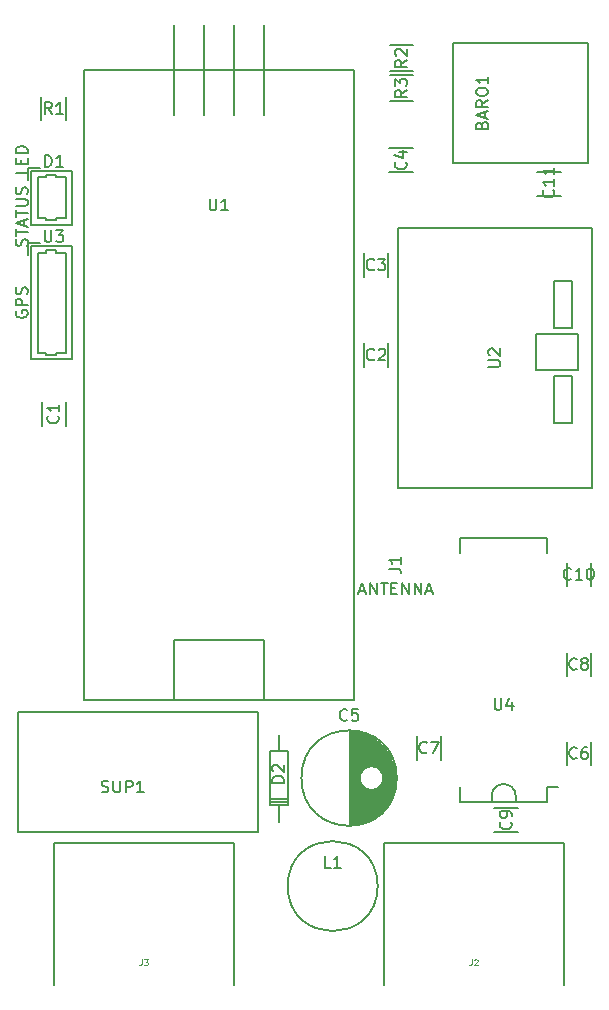
<source format=gto>
G04 #@! TF.FileFunction,Legend,Top*
%FSLAX46Y46*%
G04 Gerber Fmt 4.6, Leading zero omitted, Abs format (unit mm)*
G04 Created by KiCad (PCBNEW 4.0.5+dfsg1-4) date Sat Sep 16 12:05:32 2017*
%MOMM*%
%LPD*%
G01*
G04 APERTURE LIST*
%ADD10C,0.100000*%
%ADD11C,0.200000*%
%ADD12C,0.150000*%
G04 APERTURE END LIST*
D10*
D11*
X159979571Y-120608667D02*
X160455762Y-120608667D01*
X159884333Y-120894381D02*
X160217666Y-119894381D01*
X160551000Y-120894381D01*
X160884333Y-120894381D02*
X160884333Y-119894381D01*
X161455762Y-120894381D01*
X161455762Y-119894381D01*
X161789095Y-119894381D02*
X162360524Y-119894381D01*
X162074809Y-120894381D02*
X162074809Y-119894381D01*
X162693857Y-120370571D02*
X163027191Y-120370571D01*
X163170048Y-120894381D02*
X162693857Y-120894381D01*
X162693857Y-119894381D01*
X163170048Y-119894381D01*
X163598619Y-120894381D02*
X163598619Y-119894381D01*
X164170048Y-120894381D01*
X164170048Y-119894381D01*
X164646238Y-120894381D02*
X164646238Y-119894381D01*
X165217667Y-120894381D01*
X165217667Y-119894381D01*
X165646238Y-120608667D02*
X166122429Y-120608667D01*
X165551000Y-120894381D02*
X165884333Y-119894381D01*
X166217667Y-120894381D01*
X130928000Y-96899285D02*
X130880381Y-96994523D01*
X130880381Y-97137380D01*
X130928000Y-97280238D01*
X131023238Y-97375476D01*
X131118476Y-97423095D01*
X131308952Y-97470714D01*
X131451810Y-97470714D01*
X131642286Y-97423095D01*
X131737524Y-97375476D01*
X131832762Y-97280238D01*
X131880381Y-97137380D01*
X131880381Y-97042142D01*
X131832762Y-96899285D01*
X131785143Y-96851666D01*
X131451810Y-96851666D01*
X131451810Y-97042142D01*
X131880381Y-96423095D02*
X130880381Y-96423095D01*
X130880381Y-96042142D01*
X130928000Y-95946904D01*
X130975619Y-95899285D01*
X131070857Y-95851666D01*
X131213714Y-95851666D01*
X131308952Y-95899285D01*
X131356571Y-95946904D01*
X131404190Y-96042142D01*
X131404190Y-96423095D01*
X131832762Y-95470714D02*
X131880381Y-95327857D01*
X131880381Y-95089761D01*
X131832762Y-94994523D01*
X131785143Y-94946904D01*
X131689905Y-94899285D01*
X131594667Y-94899285D01*
X131499429Y-94946904D01*
X131451810Y-94994523D01*
X131404190Y-95089761D01*
X131356571Y-95280238D01*
X131308952Y-95375476D01*
X131261333Y-95423095D01*
X131166095Y-95470714D01*
X131070857Y-95470714D01*
X130975619Y-95423095D01*
X130928000Y-95375476D01*
X130880381Y-95280238D01*
X130880381Y-95042142D01*
X130928000Y-94899285D01*
X131832762Y-91382286D02*
X131880381Y-91239429D01*
X131880381Y-91001333D01*
X131832762Y-90906095D01*
X131785143Y-90858476D01*
X131689905Y-90810857D01*
X131594667Y-90810857D01*
X131499429Y-90858476D01*
X131451810Y-90906095D01*
X131404190Y-91001333D01*
X131356571Y-91191810D01*
X131308952Y-91287048D01*
X131261333Y-91334667D01*
X131166095Y-91382286D01*
X131070857Y-91382286D01*
X130975619Y-91334667D01*
X130928000Y-91287048D01*
X130880381Y-91191810D01*
X130880381Y-90953714D01*
X130928000Y-90810857D01*
X130880381Y-90525143D02*
X130880381Y-89953714D01*
X131880381Y-90239429D02*
X130880381Y-90239429D01*
X131594667Y-89668000D02*
X131594667Y-89191809D01*
X131880381Y-89763238D02*
X130880381Y-89429905D01*
X131880381Y-89096571D01*
X130880381Y-88906095D02*
X130880381Y-88334666D01*
X131880381Y-88620381D02*
X130880381Y-88620381D01*
X130880381Y-88001333D02*
X131689905Y-88001333D01*
X131785143Y-87953714D01*
X131832762Y-87906095D01*
X131880381Y-87810857D01*
X131880381Y-87620380D01*
X131832762Y-87525142D01*
X131785143Y-87477523D01*
X131689905Y-87429904D01*
X130880381Y-87429904D01*
X131832762Y-87001333D02*
X131880381Y-86858476D01*
X131880381Y-86620380D01*
X131832762Y-86525142D01*
X131785143Y-86477523D01*
X131689905Y-86429904D01*
X131594667Y-86429904D01*
X131499429Y-86477523D01*
X131451810Y-86525142D01*
X131404190Y-86620380D01*
X131356571Y-86810857D01*
X131308952Y-86906095D01*
X131261333Y-86953714D01*
X131166095Y-87001333D01*
X131070857Y-87001333D01*
X130975619Y-86953714D01*
X130928000Y-86906095D01*
X130880381Y-86810857D01*
X130880381Y-86572761D01*
X130928000Y-86429904D01*
X131880381Y-84763237D02*
X131880381Y-85239428D01*
X130880381Y-85239428D01*
X131356571Y-84429904D02*
X131356571Y-84096570D01*
X131880381Y-83953713D02*
X131880381Y-84429904D01*
X130880381Y-84429904D01*
X130880381Y-83953713D01*
X131880381Y-83525142D02*
X130880381Y-83525142D01*
X130880381Y-83287047D01*
X130928000Y-83144189D01*
X131023238Y-83048951D01*
X131118476Y-83001332D01*
X131308952Y-82953713D01*
X131451810Y-82953713D01*
X131642286Y-83001332D01*
X131737524Y-83048951D01*
X131832762Y-83144189D01*
X131880381Y-83287047D01*
X131880381Y-83525142D01*
D12*
X151367000Y-141016000D02*
X151367000Y-130856000D01*
X151367000Y-130856000D02*
X131047000Y-130856000D01*
X131047000Y-130856000D02*
X131047000Y-141016000D01*
X131047000Y-141016000D02*
X151367000Y-141016000D01*
X144255000Y-80310000D02*
X144255000Y-72690000D01*
X146795000Y-80310000D02*
X146795000Y-72690000D01*
X151875000Y-80310000D02*
X151875000Y-72690000D01*
X149335000Y-72690000D02*
X149335000Y-80310000D01*
X151875000Y-129840000D02*
X151875000Y-124760000D01*
X151875000Y-124760000D02*
X144255000Y-124760000D01*
X144255000Y-124760000D02*
X144255000Y-129840000D01*
X159495000Y-76500000D02*
X136635000Y-76500000D01*
X136635000Y-76500000D02*
X136635000Y-129840000D01*
X136635000Y-129840000D02*
X159495000Y-129840000D01*
X159495000Y-129840000D02*
X159495000Y-76500000D01*
X174949000Y-98875000D02*
X178449000Y-98875000D01*
X174949000Y-101875000D02*
X174949000Y-98875000D01*
X178449000Y-101875000D02*
X174949000Y-101875000D01*
X178449000Y-98875000D02*
X178449000Y-101875000D01*
X177949000Y-106375000D02*
X177949000Y-102375000D01*
X176449000Y-106375000D02*
X177949000Y-106375000D01*
X176449000Y-102375000D02*
X176449000Y-106375000D01*
X177949000Y-102375000D02*
X176449000Y-102375000D01*
X176449000Y-94375000D02*
X177949000Y-94375000D01*
X177949000Y-98375000D02*
X177949000Y-94375000D01*
X176449000Y-98375000D02*
X177949000Y-98375000D01*
X176449000Y-94375000D02*
X176449000Y-98375000D01*
X163249000Y-89875000D02*
X179649000Y-89875000D01*
X179649000Y-111875000D02*
X163249000Y-111875000D01*
X179649000Y-89875000D02*
X179649000Y-111875000D01*
X163249000Y-111875000D02*
X163249000Y-89875000D01*
X135685000Y-85030000D02*
X132185000Y-85030000D01*
X132185000Y-85030000D02*
X132185000Y-89580000D01*
X132185000Y-89580000D02*
X135685000Y-89580000D01*
X135685000Y-89580000D02*
X135685000Y-85030000D01*
X132735000Y-87305000D02*
X132735000Y-85580000D01*
X132735000Y-85580000D02*
X133460000Y-85580000D01*
X133460000Y-85580000D02*
X133460000Y-85380000D01*
X133460000Y-85380000D02*
X134260000Y-85380000D01*
X134260000Y-85380000D02*
X134260000Y-85580000D01*
X134260000Y-85580000D02*
X135135000Y-85580000D01*
X135135000Y-85580000D02*
X135135000Y-87305000D01*
X132735000Y-87305000D02*
X132735000Y-89030000D01*
X132735000Y-89030000D02*
X133460000Y-89030000D01*
X133460000Y-89030000D02*
X133460000Y-89230000D01*
X133460000Y-89230000D02*
X134260000Y-89230000D01*
X134260000Y-89230000D02*
X134260000Y-89030000D01*
X134260000Y-89030000D02*
X135135000Y-89030000D01*
X135135000Y-89030000D02*
X135135000Y-87305000D01*
X131935000Y-84780000D02*
X132935000Y-84780000D01*
X131935000Y-84780000D02*
X131935000Y-85780000D01*
X135685000Y-91420000D02*
X132185000Y-91420000D01*
X132185000Y-91420000D02*
X132185000Y-100970000D01*
X132185000Y-100970000D02*
X135685000Y-100970000D01*
X135685000Y-100970000D02*
X135685000Y-91420000D01*
X132735000Y-96195000D02*
X132735000Y-91970000D01*
X132735000Y-91970000D02*
X133460000Y-91970000D01*
X133460000Y-91970000D02*
X133460000Y-91770000D01*
X133460000Y-91770000D02*
X134260000Y-91770000D01*
X134260000Y-91770000D02*
X134260000Y-91970000D01*
X134260000Y-91970000D02*
X135135000Y-91970000D01*
X135135000Y-91970000D02*
X135135000Y-96195000D01*
X132735000Y-96195000D02*
X132735000Y-100420000D01*
X132735000Y-100420000D02*
X133460000Y-100420000D01*
X133460000Y-100420000D02*
X133460000Y-100620000D01*
X133460000Y-100620000D02*
X134260000Y-100620000D01*
X134260000Y-100620000D02*
X134260000Y-100420000D01*
X134260000Y-100420000D02*
X135135000Y-100420000D01*
X135135000Y-100420000D02*
X135135000Y-96195000D01*
X131935000Y-91170000D02*
X132935000Y-91170000D01*
X131935000Y-91170000D02*
X131935000Y-92170000D01*
X159184000Y-132445000D02*
X159184000Y-140443000D01*
X159324000Y-132450000D02*
X159324000Y-140438000D01*
X159464000Y-132460000D02*
X159464000Y-140428000D01*
X159604000Y-132475000D02*
X159604000Y-140413000D01*
X159744000Y-132495000D02*
X159744000Y-140393000D01*
X159884000Y-132520000D02*
X159884000Y-140368000D01*
X160024000Y-132550000D02*
X160024000Y-136271000D01*
X160024000Y-136617000D02*
X160024000Y-140338000D01*
X160164000Y-132586000D02*
X160164000Y-135909000D01*
X160164000Y-136979000D02*
X160164000Y-140302000D01*
X160304000Y-132627000D02*
X160304000Y-135735000D01*
X160304000Y-137153000D02*
X160304000Y-140261000D01*
X160444000Y-132673000D02*
X160444000Y-135619000D01*
X160444000Y-137269000D02*
X160444000Y-140215000D01*
X160584000Y-132726000D02*
X160584000Y-135539000D01*
X160584000Y-137349000D02*
X160584000Y-140162000D01*
X160724000Y-132785000D02*
X160724000Y-135485000D01*
X160724000Y-137403000D02*
X160724000Y-140103000D01*
X160864000Y-132850000D02*
X160864000Y-135455000D01*
X160864000Y-137433000D02*
X160864000Y-140038000D01*
X161004000Y-132921000D02*
X161004000Y-135444000D01*
X161004000Y-137444000D02*
X161004000Y-139967000D01*
X161144000Y-133000000D02*
X161144000Y-135453000D01*
X161144000Y-137435000D02*
X161144000Y-139888000D01*
X161284000Y-133087000D02*
X161284000Y-135483000D01*
X161284000Y-137405000D02*
X161284000Y-139801000D01*
X161424000Y-133182000D02*
X161424000Y-135534000D01*
X161424000Y-137354000D02*
X161424000Y-139706000D01*
X161564000Y-133286000D02*
X161564000Y-135612000D01*
X161564000Y-137276000D02*
X161564000Y-139602000D01*
X161704000Y-133400000D02*
X161704000Y-135725000D01*
X161704000Y-137163000D02*
X161704000Y-139488000D01*
X161844000Y-133525000D02*
X161844000Y-135894000D01*
X161844000Y-136994000D02*
X161844000Y-139363000D01*
X161984000Y-133663000D02*
X161984000Y-136222000D01*
X161984000Y-136666000D02*
X161984000Y-139225000D01*
X162124000Y-133815000D02*
X162124000Y-139073000D01*
X162264000Y-133985000D02*
X162264000Y-138903000D01*
X162404000Y-134176000D02*
X162404000Y-138712000D01*
X162544000Y-134394000D02*
X162544000Y-138494000D01*
X162684000Y-134650000D02*
X162684000Y-138238000D01*
X162824000Y-134961000D02*
X162824000Y-137927000D01*
X162964000Y-135377000D02*
X162964000Y-137511000D01*
X163104000Y-136244000D02*
X163104000Y-136644000D01*
X162009000Y-136444000D02*
G75*
G03X162009000Y-136444000I-1000000J0D01*
G01*
X163146500Y-136444000D02*
G75*
G03X163146500Y-136444000I-4037500J0D01*
G01*
X162425000Y-101630000D02*
X162425000Y-99630000D01*
X160375000Y-99630000D02*
X160375000Y-101630000D01*
X167877000Y-84374000D02*
X179307000Y-84374000D01*
X179307000Y-74214000D02*
X167877000Y-74214000D01*
X167877000Y-74214000D02*
X167877000Y-84374000D01*
X179307000Y-84374000D02*
X179307000Y-74214000D01*
X133020000Y-80770000D02*
X133020000Y-78770000D01*
X135170000Y-78770000D02*
X135170000Y-80770000D01*
X162559000Y-76949000D02*
X164559000Y-76949000D01*
X164559000Y-79099000D02*
X162559000Y-79099000D01*
X162559000Y-74409000D02*
X164559000Y-74409000D01*
X164559000Y-76559000D02*
X162559000Y-76559000D01*
X161527000Y-145588000D02*
G75*
G03X161527000Y-145588000I-3810000J0D01*
G01*
X153142460Y-134157480D02*
X153142460Y-132760480D01*
X153142460Y-138602480D02*
X153142460Y-140126480D01*
X152380460Y-138221480D02*
X153904460Y-138221480D01*
X152380460Y-138475480D02*
X153904460Y-138475480D01*
X153142460Y-138729480D02*
X153904460Y-138729480D01*
X153904460Y-138729480D02*
X153904460Y-134157480D01*
X153904460Y-134157480D02*
X152380460Y-134157480D01*
X152380460Y-134157480D02*
X152380460Y-138729480D01*
X152380460Y-138729480D02*
X153142460Y-138729480D01*
X175037000Y-87177000D02*
X177037000Y-87177000D01*
X177037000Y-85127000D02*
X175037000Y-85127000D01*
X179570000Y-120204000D02*
X179570000Y-118204000D01*
X177520000Y-118204000D02*
X177520000Y-120204000D01*
X173417000Y-138975000D02*
X171417000Y-138975000D01*
X171417000Y-141025000D02*
X173417000Y-141025000D01*
X177520000Y-125824000D02*
X177520000Y-127824000D01*
X179570000Y-127824000D02*
X179570000Y-125824000D01*
X166870000Y-134904000D02*
X166870000Y-132904000D01*
X164820000Y-132904000D02*
X164820000Y-134904000D01*
X177520000Y-133380000D02*
X177520000Y-135380000D01*
X179570000Y-135380000D02*
X179570000Y-133380000D01*
X162527000Y-85145000D02*
X164527000Y-85145000D01*
X164527000Y-83095000D02*
X162527000Y-83095000D01*
X162425000Y-94010000D02*
X162425000Y-92010000D01*
X160375000Y-92010000D02*
X160375000Y-94010000D01*
X135120000Y-106615000D02*
X135120000Y-104615000D01*
X133070000Y-104615000D02*
X133070000Y-106615000D01*
X173211000Y-137968000D02*
G75*
G03X171179000Y-137968000I-1016000J0D01*
G01*
X171179000Y-138476000D02*
X171179000Y-137968000D01*
X173211000Y-138476000D02*
X173211000Y-137968000D01*
X175870000Y-138485000D02*
X175870000Y-137215000D01*
X168520000Y-138485000D02*
X168520000Y-137215000D01*
X168520000Y-116115000D02*
X168520000Y-117385000D01*
X175870000Y-116115000D02*
X175870000Y-117385000D01*
X175870000Y-138485000D02*
X168520000Y-138485000D01*
X175870000Y-116115000D02*
X168520000Y-116115000D01*
X175870000Y-137215000D02*
X176805000Y-137215000D01*
X149335000Y-153970000D02*
X149335000Y-141905000D01*
X149335000Y-141905000D02*
X134095000Y-141905000D01*
X134095000Y-141905000D02*
X134095000Y-153970000D01*
X177275000Y-153970000D02*
X177275000Y-141905000D01*
X177275000Y-141905000D02*
X162035000Y-141905000D01*
X162035000Y-141905000D02*
X162035000Y-153970000D01*
D11*
X138151286Y-137610762D02*
X138294143Y-137658381D01*
X138532239Y-137658381D01*
X138627477Y-137610762D01*
X138675096Y-137563143D01*
X138722715Y-137467905D01*
X138722715Y-137372667D01*
X138675096Y-137277429D01*
X138627477Y-137229810D01*
X138532239Y-137182190D01*
X138341762Y-137134571D01*
X138246524Y-137086952D01*
X138198905Y-137039333D01*
X138151286Y-136944095D01*
X138151286Y-136848857D01*
X138198905Y-136753619D01*
X138246524Y-136706000D01*
X138341762Y-136658381D01*
X138579858Y-136658381D01*
X138722715Y-136706000D01*
X139151286Y-136658381D02*
X139151286Y-137467905D01*
X139198905Y-137563143D01*
X139246524Y-137610762D01*
X139341762Y-137658381D01*
X139532239Y-137658381D01*
X139627477Y-137610762D01*
X139675096Y-137563143D01*
X139722715Y-137467905D01*
X139722715Y-136658381D01*
X140198905Y-137658381D02*
X140198905Y-136658381D01*
X140579858Y-136658381D01*
X140675096Y-136706000D01*
X140722715Y-136753619D01*
X140770334Y-136848857D01*
X140770334Y-136991714D01*
X140722715Y-137086952D01*
X140675096Y-137134571D01*
X140579858Y-137182190D01*
X140198905Y-137182190D01*
X141722715Y-137658381D02*
X141151286Y-137658381D01*
X141437000Y-137658381D02*
X141437000Y-136658381D01*
X141341762Y-136801238D01*
X141246524Y-136896476D01*
X141151286Y-136944095D01*
X147303095Y-87382381D02*
X147303095Y-88191905D01*
X147350714Y-88287143D01*
X147398333Y-88334762D01*
X147493571Y-88382381D01*
X147684048Y-88382381D01*
X147779286Y-88334762D01*
X147826905Y-88287143D01*
X147874524Y-88191905D01*
X147874524Y-87382381D01*
X148874524Y-88382381D02*
X148303095Y-88382381D01*
X148588809Y-88382381D02*
X148588809Y-87382381D01*
X148493571Y-87525238D01*
X148398333Y-87620476D01*
X148303095Y-87668095D01*
X170901381Y-101636905D02*
X171710905Y-101636905D01*
X171806143Y-101589286D01*
X171853762Y-101541667D01*
X171901381Y-101446429D01*
X171901381Y-101255952D01*
X171853762Y-101160714D01*
X171806143Y-101113095D01*
X171710905Y-101065476D01*
X170901381Y-101065476D01*
X170996619Y-100636905D02*
X170949000Y-100589286D01*
X170901381Y-100494048D01*
X170901381Y-100255952D01*
X170949000Y-100160714D01*
X170996619Y-100113095D01*
X171091857Y-100065476D01*
X171187095Y-100065476D01*
X171329952Y-100113095D01*
X171901381Y-100684524D01*
X171901381Y-100065476D01*
X133356905Y-84699381D02*
X133356905Y-83699381D01*
X133595000Y-83699381D01*
X133737858Y-83747000D01*
X133833096Y-83842238D01*
X133880715Y-83937476D01*
X133928334Y-84127952D01*
X133928334Y-84270810D01*
X133880715Y-84461286D01*
X133833096Y-84556524D01*
X133737858Y-84651762D01*
X133595000Y-84699381D01*
X133356905Y-84699381D01*
X134880715Y-84699381D02*
X134309286Y-84699381D01*
X134595000Y-84699381D02*
X134595000Y-83699381D01*
X134499762Y-83842238D01*
X134404524Y-83937476D01*
X134309286Y-83985095D01*
X133333095Y-90049381D02*
X133333095Y-90858905D01*
X133380714Y-90954143D01*
X133428333Y-91001762D01*
X133523571Y-91049381D01*
X133714048Y-91049381D01*
X133809286Y-91001762D01*
X133856905Y-90954143D01*
X133904524Y-90858905D01*
X133904524Y-90049381D01*
X134285476Y-90049381D02*
X134904524Y-90049381D01*
X134571190Y-90430333D01*
X134714048Y-90430333D01*
X134809286Y-90477952D01*
X134856905Y-90525571D01*
X134904524Y-90620810D01*
X134904524Y-90858905D01*
X134856905Y-90954143D01*
X134809286Y-91001762D01*
X134714048Y-91049381D01*
X134428333Y-91049381D01*
X134333095Y-91001762D01*
X134285476Y-90954143D01*
X158942334Y-131501143D02*
X158894715Y-131548762D01*
X158751858Y-131596381D01*
X158656620Y-131596381D01*
X158513762Y-131548762D01*
X158418524Y-131453524D01*
X158370905Y-131358286D01*
X158323286Y-131167810D01*
X158323286Y-131024952D01*
X158370905Y-130834476D01*
X158418524Y-130739238D01*
X158513762Y-130644000D01*
X158656620Y-130596381D01*
X158751858Y-130596381D01*
X158894715Y-130644000D01*
X158942334Y-130691619D01*
X159847096Y-130596381D02*
X159370905Y-130596381D01*
X159323286Y-131072571D01*
X159370905Y-131024952D01*
X159466143Y-130977333D01*
X159704239Y-130977333D01*
X159799477Y-131024952D01*
X159847096Y-131072571D01*
X159894715Y-131167810D01*
X159894715Y-131405905D01*
X159847096Y-131501143D01*
X159799477Y-131548762D01*
X159704239Y-131596381D01*
X159466143Y-131596381D01*
X159370905Y-131548762D01*
X159323286Y-131501143D01*
X161233334Y-100987143D02*
X161185715Y-101034762D01*
X161042858Y-101082381D01*
X160947620Y-101082381D01*
X160804762Y-101034762D01*
X160709524Y-100939524D01*
X160661905Y-100844286D01*
X160614286Y-100653810D01*
X160614286Y-100510952D01*
X160661905Y-100320476D01*
X160709524Y-100225238D01*
X160804762Y-100130000D01*
X160947620Y-100082381D01*
X161042858Y-100082381D01*
X161185715Y-100130000D01*
X161233334Y-100177619D01*
X161614286Y-100177619D02*
X161661905Y-100130000D01*
X161757143Y-100082381D01*
X161995239Y-100082381D01*
X162090477Y-100130000D01*
X162138096Y-100177619D01*
X162185715Y-100272857D01*
X162185715Y-100368095D01*
X162138096Y-100510952D01*
X161566667Y-101082381D01*
X162185715Y-101082381D01*
X170345571Y-81151142D02*
X170393190Y-81008285D01*
X170440810Y-80960666D01*
X170536048Y-80913047D01*
X170678905Y-80913047D01*
X170774143Y-80960666D01*
X170821762Y-81008285D01*
X170869381Y-81103523D01*
X170869381Y-81484476D01*
X169869381Y-81484476D01*
X169869381Y-81151142D01*
X169917000Y-81055904D01*
X169964619Y-81008285D01*
X170059857Y-80960666D01*
X170155095Y-80960666D01*
X170250333Y-81008285D01*
X170297952Y-81055904D01*
X170345571Y-81151142D01*
X170345571Y-81484476D01*
X170583667Y-80532095D02*
X170583667Y-80055904D01*
X170869381Y-80627333D02*
X169869381Y-80294000D01*
X170869381Y-79960666D01*
X170869381Y-79055904D02*
X170393190Y-79389238D01*
X170869381Y-79627333D02*
X169869381Y-79627333D01*
X169869381Y-79246380D01*
X169917000Y-79151142D01*
X169964619Y-79103523D01*
X170059857Y-79055904D01*
X170202714Y-79055904D01*
X170297952Y-79103523D01*
X170345571Y-79151142D01*
X170393190Y-79246380D01*
X170393190Y-79627333D01*
X169869381Y-78436857D02*
X169869381Y-78246380D01*
X169917000Y-78151142D01*
X170012238Y-78055904D01*
X170202714Y-78008285D01*
X170536048Y-78008285D01*
X170726524Y-78055904D01*
X170821762Y-78151142D01*
X170869381Y-78246380D01*
X170869381Y-78436857D01*
X170821762Y-78532095D01*
X170726524Y-78627333D01*
X170536048Y-78674952D01*
X170202714Y-78674952D01*
X170012238Y-78627333D01*
X169917000Y-78532095D01*
X169869381Y-78436857D01*
X170869381Y-77055904D02*
X170869381Y-77627333D01*
X170869381Y-77341619D02*
X169869381Y-77341619D01*
X170012238Y-77436857D01*
X170107476Y-77532095D01*
X170155095Y-77627333D01*
X133928334Y-80222381D02*
X133595000Y-79746190D01*
X133356905Y-80222381D02*
X133356905Y-79222381D01*
X133737858Y-79222381D01*
X133833096Y-79270000D01*
X133880715Y-79317619D01*
X133928334Y-79412857D01*
X133928334Y-79555714D01*
X133880715Y-79650952D01*
X133833096Y-79698571D01*
X133737858Y-79746190D01*
X133356905Y-79746190D01*
X134880715Y-80222381D02*
X134309286Y-80222381D01*
X134595000Y-80222381D02*
X134595000Y-79222381D01*
X134499762Y-79365238D01*
X134404524Y-79460476D01*
X134309286Y-79508095D01*
X164011381Y-78190666D02*
X163535190Y-78524000D01*
X164011381Y-78762095D02*
X163011381Y-78762095D01*
X163011381Y-78381142D01*
X163059000Y-78285904D01*
X163106619Y-78238285D01*
X163201857Y-78190666D01*
X163344714Y-78190666D01*
X163439952Y-78238285D01*
X163487571Y-78285904D01*
X163535190Y-78381142D01*
X163535190Y-78762095D01*
X163011381Y-77857333D02*
X163011381Y-77238285D01*
X163392333Y-77571619D01*
X163392333Y-77428761D01*
X163439952Y-77333523D01*
X163487571Y-77285904D01*
X163582810Y-77238285D01*
X163820905Y-77238285D01*
X163916143Y-77285904D01*
X163963762Y-77333523D01*
X164011381Y-77428761D01*
X164011381Y-77714476D01*
X163963762Y-77809714D01*
X163916143Y-77857333D01*
X164011381Y-75650666D02*
X163535190Y-75984000D01*
X164011381Y-76222095D02*
X163011381Y-76222095D01*
X163011381Y-75841142D01*
X163059000Y-75745904D01*
X163106619Y-75698285D01*
X163201857Y-75650666D01*
X163344714Y-75650666D01*
X163439952Y-75698285D01*
X163487571Y-75745904D01*
X163535190Y-75841142D01*
X163535190Y-76222095D01*
X163106619Y-75269714D02*
X163059000Y-75222095D01*
X163011381Y-75126857D01*
X163011381Y-74888761D01*
X163059000Y-74793523D01*
X163106619Y-74745904D01*
X163201857Y-74698285D01*
X163297095Y-74698285D01*
X163439952Y-74745904D01*
X164011381Y-75317333D01*
X164011381Y-74698285D01*
X157550334Y-144041401D02*
X157074143Y-144041401D01*
X157074143Y-143041401D01*
X158407477Y-144041401D02*
X157836048Y-144041401D01*
X158121762Y-144041401D02*
X158121762Y-143041401D01*
X158026524Y-143184258D01*
X157931286Y-143279496D01*
X157836048Y-143327115D01*
X153597381Y-136831575D02*
X152597381Y-136831575D01*
X152597381Y-136593480D01*
X152645000Y-136450622D01*
X152740238Y-136355384D01*
X152835476Y-136307765D01*
X153025952Y-136260146D01*
X153168810Y-136260146D01*
X153359286Y-136307765D01*
X153454524Y-136355384D01*
X153549762Y-136450622D01*
X153597381Y-136593480D01*
X153597381Y-136831575D01*
X152692619Y-135879194D02*
X152645000Y-135831575D01*
X152597381Y-135736337D01*
X152597381Y-135498241D01*
X152645000Y-135403003D01*
X152692619Y-135355384D01*
X152787857Y-135307765D01*
X152883095Y-135307765D01*
X153025952Y-135355384D01*
X153597381Y-135926813D01*
X153597381Y-135307765D01*
X176394143Y-86667857D02*
X176441762Y-86715476D01*
X176489381Y-86858333D01*
X176489381Y-86953571D01*
X176441762Y-87096429D01*
X176346524Y-87191667D01*
X176251286Y-87239286D01*
X176060810Y-87286905D01*
X175917952Y-87286905D01*
X175727476Y-87239286D01*
X175632238Y-87191667D01*
X175537000Y-87096429D01*
X175489381Y-86953571D01*
X175489381Y-86858333D01*
X175537000Y-86715476D01*
X175584619Y-86667857D01*
X176489381Y-85715476D02*
X176489381Y-86286905D01*
X176489381Y-86001191D02*
X175489381Y-86001191D01*
X175632238Y-86096429D01*
X175727476Y-86191667D01*
X175775095Y-86286905D01*
X176489381Y-84763095D02*
X176489381Y-85334524D01*
X176489381Y-85048810D02*
X175489381Y-85048810D01*
X175632238Y-85144048D01*
X175727476Y-85239286D01*
X175775095Y-85334524D01*
X177902143Y-119561143D02*
X177854524Y-119608762D01*
X177711667Y-119656381D01*
X177616429Y-119656381D01*
X177473571Y-119608762D01*
X177378333Y-119513524D01*
X177330714Y-119418286D01*
X177283095Y-119227810D01*
X177283095Y-119084952D01*
X177330714Y-118894476D01*
X177378333Y-118799238D01*
X177473571Y-118704000D01*
X177616429Y-118656381D01*
X177711667Y-118656381D01*
X177854524Y-118704000D01*
X177902143Y-118751619D01*
X178854524Y-119656381D02*
X178283095Y-119656381D01*
X178568809Y-119656381D02*
X178568809Y-118656381D01*
X178473571Y-118799238D01*
X178378333Y-118894476D01*
X178283095Y-118942095D01*
X179473571Y-118656381D02*
X179568810Y-118656381D01*
X179664048Y-118704000D01*
X179711667Y-118751619D01*
X179759286Y-118846857D01*
X179806905Y-119037333D01*
X179806905Y-119275429D01*
X179759286Y-119465905D01*
X179711667Y-119561143D01*
X179664048Y-119608762D01*
X179568810Y-119656381D01*
X179473571Y-119656381D01*
X179378333Y-119608762D01*
X179330714Y-119561143D01*
X179283095Y-119465905D01*
X179235476Y-119275429D01*
X179235476Y-119037333D01*
X179283095Y-118846857D01*
X179330714Y-118751619D01*
X179378333Y-118704000D01*
X179473571Y-118656381D01*
X172774143Y-140166666D02*
X172821762Y-140214285D01*
X172869381Y-140357142D01*
X172869381Y-140452380D01*
X172821762Y-140595238D01*
X172726524Y-140690476D01*
X172631286Y-140738095D01*
X172440810Y-140785714D01*
X172297952Y-140785714D01*
X172107476Y-140738095D01*
X172012238Y-140690476D01*
X171917000Y-140595238D01*
X171869381Y-140452380D01*
X171869381Y-140357142D01*
X171917000Y-140214285D01*
X171964619Y-140166666D01*
X172869381Y-139690476D02*
X172869381Y-139500000D01*
X172821762Y-139404761D01*
X172774143Y-139357142D01*
X172631286Y-139261904D01*
X172440810Y-139214285D01*
X172059857Y-139214285D01*
X171964619Y-139261904D01*
X171917000Y-139309523D01*
X171869381Y-139404761D01*
X171869381Y-139595238D01*
X171917000Y-139690476D01*
X171964619Y-139738095D01*
X172059857Y-139785714D01*
X172297952Y-139785714D01*
X172393190Y-139738095D01*
X172440810Y-139690476D01*
X172488429Y-139595238D01*
X172488429Y-139404761D01*
X172440810Y-139309523D01*
X172393190Y-139261904D01*
X172297952Y-139214285D01*
X178378334Y-127181143D02*
X178330715Y-127228762D01*
X178187858Y-127276381D01*
X178092620Y-127276381D01*
X177949762Y-127228762D01*
X177854524Y-127133524D01*
X177806905Y-127038286D01*
X177759286Y-126847810D01*
X177759286Y-126704952D01*
X177806905Y-126514476D01*
X177854524Y-126419238D01*
X177949762Y-126324000D01*
X178092620Y-126276381D01*
X178187858Y-126276381D01*
X178330715Y-126324000D01*
X178378334Y-126371619D01*
X178949762Y-126704952D02*
X178854524Y-126657333D01*
X178806905Y-126609714D01*
X178759286Y-126514476D01*
X178759286Y-126466857D01*
X178806905Y-126371619D01*
X178854524Y-126324000D01*
X178949762Y-126276381D01*
X179140239Y-126276381D01*
X179235477Y-126324000D01*
X179283096Y-126371619D01*
X179330715Y-126466857D01*
X179330715Y-126514476D01*
X179283096Y-126609714D01*
X179235477Y-126657333D01*
X179140239Y-126704952D01*
X178949762Y-126704952D01*
X178854524Y-126752571D01*
X178806905Y-126800190D01*
X178759286Y-126895429D01*
X178759286Y-127085905D01*
X178806905Y-127181143D01*
X178854524Y-127228762D01*
X178949762Y-127276381D01*
X179140239Y-127276381D01*
X179235477Y-127228762D01*
X179283096Y-127181143D01*
X179330715Y-127085905D01*
X179330715Y-126895429D01*
X179283096Y-126800190D01*
X179235477Y-126752571D01*
X179140239Y-126704952D01*
X165678334Y-134261143D02*
X165630715Y-134308762D01*
X165487858Y-134356381D01*
X165392620Y-134356381D01*
X165249762Y-134308762D01*
X165154524Y-134213524D01*
X165106905Y-134118286D01*
X165059286Y-133927810D01*
X165059286Y-133784952D01*
X165106905Y-133594476D01*
X165154524Y-133499238D01*
X165249762Y-133404000D01*
X165392620Y-133356381D01*
X165487858Y-133356381D01*
X165630715Y-133404000D01*
X165678334Y-133451619D01*
X166011667Y-133356381D02*
X166678334Y-133356381D01*
X166249762Y-134356381D01*
X178378334Y-134737143D02*
X178330715Y-134784762D01*
X178187858Y-134832381D01*
X178092620Y-134832381D01*
X177949762Y-134784762D01*
X177854524Y-134689524D01*
X177806905Y-134594286D01*
X177759286Y-134403810D01*
X177759286Y-134260952D01*
X177806905Y-134070476D01*
X177854524Y-133975238D01*
X177949762Y-133880000D01*
X178092620Y-133832381D01*
X178187858Y-133832381D01*
X178330715Y-133880000D01*
X178378334Y-133927619D01*
X179235477Y-133832381D02*
X179045000Y-133832381D01*
X178949762Y-133880000D01*
X178902143Y-133927619D01*
X178806905Y-134070476D01*
X178759286Y-134260952D01*
X178759286Y-134641905D01*
X178806905Y-134737143D01*
X178854524Y-134784762D01*
X178949762Y-134832381D01*
X179140239Y-134832381D01*
X179235477Y-134784762D01*
X179283096Y-134737143D01*
X179330715Y-134641905D01*
X179330715Y-134403810D01*
X179283096Y-134308571D01*
X179235477Y-134260952D01*
X179140239Y-134213333D01*
X178949762Y-134213333D01*
X178854524Y-134260952D01*
X178806905Y-134308571D01*
X178759286Y-134403810D01*
X163884143Y-84286666D02*
X163931762Y-84334285D01*
X163979381Y-84477142D01*
X163979381Y-84572380D01*
X163931762Y-84715238D01*
X163836524Y-84810476D01*
X163741286Y-84858095D01*
X163550810Y-84905714D01*
X163407952Y-84905714D01*
X163217476Y-84858095D01*
X163122238Y-84810476D01*
X163027000Y-84715238D01*
X162979381Y-84572380D01*
X162979381Y-84477142D01*
X163027000Y-84334285D01*
X163074619Y-84286666D01*
X163312714Y-83429523D02*
X163979381Y-83429523D01*
X162931762Y-83667619D02*
X163646048Y-83905714D01*
X163646048Y-83286666D01*
X161233334Y-93367143D02*
X161185715Y-93414762D01*
X161042858Y-93462381D01*
X160947620Y-93462381D01*
X160804762Y-93414762D01*
X160709524Y-93319524D01*
X160661905Y-93224286D01*
X160614286Y-93033810D01*
X160614286Y-92890952D01*
X160661905Y-92700476D01*
X160709524Y-92605238D01*
X160804762Y-92510000D01*
X160947620Y-92462381D01*
X161042858Y-92462381D01*
X161185715Y-92510000D01*
X161233334Y-92557619D01*
X161566667Y-92462381D02*
X162185715Y-92462381D01*
X161852381Y-92843333D01*
X161995239Y-92843333D01*
X162090477Y-92890952D01*
X162138096Y-92938571D01*
X162185715Y-93033810D01*
X162185715Y-93271905D01*
X162138096Y-93367143D01*
X162090477Y-93414762D01*
X161995239Y-93462381D01*
X161709524Y-93462381D01*
X161614286Y-93414762D01*
X161566667Y-93367143D01*
X134452143Y-105781666D02*
X134499762Y-105829285D01*
X134547381Y-105972142D01*
X134547381Y-106067380D01*
X134499762Y-106210238D01*
X134404524Y-106305476D01*
X134309286Y-106353095D01*
X134118810Y-106400714D01*
X133975952Y-106400714D01*
X133785476Y-106353095D01*
X133690238Y-106305476D01*
X133595000Y-106210238D01*
X133547381Y-106067380D01*
X133547381Y-105972142D01*
X133595000Y-105829285D01*
X133642619Y-105781666D01*
X134547381Y-104829285D02*
X134547381Y-105400714D01*
X134547381Y-105115000D02*
X133547381Y-105115000D01*
X133690238Y-105210238D01*
X133785476Y-105305476D01*
X133833095Y-105400714D01*
X162479381Y-118719333D02*
X163193667Y-118719333D01*
X163336524Y-118766953D01*
X163431762Y-118862191D01*
X163479381Y-119005048D01*
X163479381Y-119100286D01*
X163479381Y-117719333D02*
X163479381Y-118290762D01*
X163479381Y-118005048D02*
X162479381Y-118005048D01*
X162622238Y-118100286D01*
X162717476Y-118195524D01*
X162765095Y-118290762D01*
X171433095Y-129673381D02*
X171433095Y-130482905D01*
X171480714Y-130578143D01*
X171528333Y-130625762D01*
X171623571Y-130673381D01*
X171814048Y-130673381D01*
X171909286Y-130625762D01*
X171956905Y-130578143D01*
X172004524Y-130482905D01*
X172004524Y-129673381D01*
X172909286Y-130006714D02*
X172909286Y-130673381D01*
X172671190Y-129625762D02*
X172433095Y-130340048D01*
X173052143Y-130340048D01*
D10*
X141548334Y-151791190D02*
X141548334Y-152148333D01*
X141524524Y-152219762D01*
X141476905Y-152267381D01*
X141405477Y-152291190D01*
X141357858Y-152291190D01*
X141738810Y-151791190D02*
X142048333Y-151791190D01*
X141881667Y-151981667D01*
X141953095Y-151981667D01*
X142000714Y-152005476D01*
X142024524Y-152029286D01*
X142048333Y-152076905D01*
X142048333Y-152195952D01*
X142024524Y-152243571D01*
X142000714Y-152267381D01*
X141953095Y-152291190D01*
X141810238Y-152291190D01*
X141762619Y-152267381D01*
X141738810Y-152243571D01*
X169488334Y-151791190D02*
X169488334Y-152148333D01*
X169464524Y-152219762D01*
X169416905Y-152267381D01*
X169345477Y-152291190D01*
X169297858Y-152291190D01*
X169702619Y-151838810D02*
X169726429Y-151815000D01*
X169774048Y-151791190D01*
X169893095Y-151791190D01*
X169940714Y-151815000D01*
X169964524Y-151838810D01*
X169988333Y-151886429D01*
X169988333Y-151934048D01*
X169964524Y-152005476D01*
X169678810Y-152291190D01*
X169988333Y-152291190D01*
M02*

</source>
